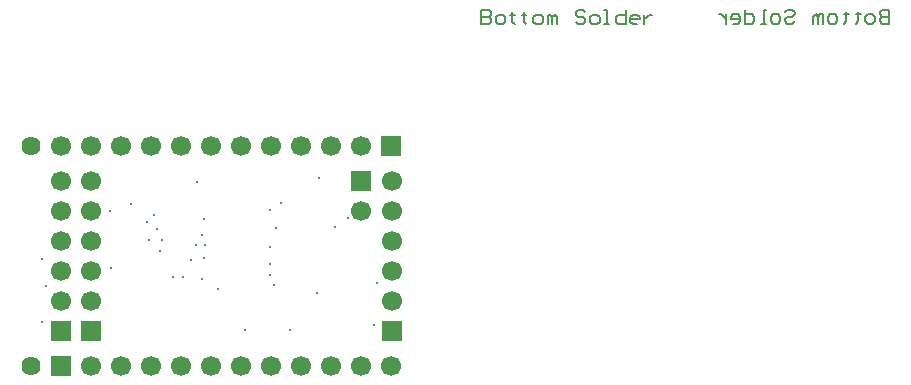
<source format=gbs>
G04*
G04 #@! TF.GenerationSoftware,Altium Limited,Altium Designer,24.3.1 (35)*
G04*
G04 Layer_Color=16711935*
%FSLAX44Y44*%
%MOMM*%
G71*
G04*
G04 #@! TF.SameCoordinates,254911FF-814D-4673-B187-D90DD251410E*
G04*
G04*
G04 #@! TF.FilePolarity,Negative*
G04*
G01*
G75*
%ADD15C,0.1500*%
%ADD34C,1.7000*%
%ADD35R,1.7000X1.7000*%
%ADD36R,1.7000X1.7000*%
%ADD37C,1.6240*%
%ADD38C,0.3000*%
D15*
X398750Y327496D02*
Y315500D01*
X404748D01*
X406747Y317500D01*
Y319499D01*
X404748Y321498D01*
X398750D01*
X404748D01*
X406747Y323498D01*
Y325497D01*
X404748Y327496D01*
X398750D01*
X412745Y315500D02*
X416744D01*
X418743Y317500D01*
Y321498D01*
X416744Y323498D01*
X412745D01*
X410746Y321498D01*
Y317500D01*
X412745Y315500D01*
X424741Y325497D02*
Y323498D01*
X422742D01*
X426741D01*
X424741D01*
Y317500D01*
X426741Y315500D01*
X434738Y325497D02*
Y323498D01*
X432739D01*
X436738D01*
X434738D01*
Y317500D01*
X436738Y315500D01*
X444735D02*
X448734D01*
X450733Y317500D01*
Y321498D01*
X448734Y323498D01*
X444735D01*
X442736Y321498D01*
Y317500D01*
X444735Y315500D01*
X454732D02*
Y323498D01*
X456731D01*
X458730Y321498D01*
Y315500D01*
Y321498D01*
X460730Y323498D01*
X462729Y321498D01*
Y315500D01*
X486721Y325497D02*
X484722Y327496D01*
X480723D01*
X478724Y325497D01*
Y323498D01*
X480723Y321498D01*
X484722D01*
X486721Y319499D01*
Y317500D01*
X484722Y315500D01*
X480723D01*
X478724Y317500D01*
X492719Y315500D02*
X496718D01*
X498717Y317500D01*
Y321498D01*
X496718Y323498D01*
X492719D01*
X490720Y321498D01*
Y317500D01*
X492719Y315500D01*
X502716D02*
X506715D01*
X504716D01*
Y327496D01*
X502716D01*
X520710D02*
Y315500D01*
X514712D01*
X512713Y317500D01*
Y321498D01*
X514712Y323498D01*
X520710D01*
X530707Y315500D02*
X526708D01*
X524709Y317500D01*
Y321498D01*
X526708Y323498D01*
X530707D01*
X532706Y321498D01*
Y319499D01*
X524709D01*
X536705Y323498D02*
Y315500D01*
Y319499D01*
X538705Y321498D01*
X540704Y323498D01*
X542703D01*
X743750Y327746D02*
Y315750D01*
X737752D01*
X735752Y317750D01*
Y319749D01*
X737752Y321748D01*
X743750D01*
X737752D01*
X735752Y323748D01*
Y325747D01*
X737752Y327746D01*
X743750D01*
X729754Y315750D02*
X725756D01*
X723756Y317750D01*
Y321748D01*
X725756Y323748D01*
X729754D01*
X731754Y321748D01*
Y317750D01*
X729754Y315750D01*
X717758Y325747D02*
Y323748D01*
X719758D01*
X715759D01*
X717758D01*
Y317750D01*
X715759Y315750D01*
X707761Y325747D02*
Y323748D01*
X709761D01*
X705762D01*
X707761D01*
Y317750D01*
X705762Y315750D01*
X697765D02*
X693766D01*
X691767Y317750D01*
Y321748D01*
X693766Y323748D01*
X697765D01*
X699764Y321748D01*
Y317750D01*
X697765Y315750D01*
X687768D02*
Y323748D01*
X685769D01*
X683769Y321748D01*
Y315750D01*
Y321748D01*
X681770Y323748D01*
X679771Y321748D01*
Y315750D01*
X655778Y325747D02*
X657778Y327746D01*
X661776D01*
X663776Y325747D01*
Y323748D01*
X661776Y321748D01*
X657778D01*
X655778Y319749D01*
Y317750D01*
X657778Y315750D01*
X661776D01*
X663776Y317750D01*
X649780Y315750D02*
X645781D01*
X643782Y317750D01*
Y321748D01*
X645781Y323748D01*
X649780D01*
X651780Y321748D01*
Y317750D01*
X649780Y315750D01*
X639784D02*
X635785D01*
X637784D01*
Y327746D01*
X639784D01*
X621789D02*
Y315750D01*
X627787D01*
X629787Y317750D01*
Y321748D01*
X627787Y323748D01*
X621789D01*
X611792Y315750D02*
X615791D01*
X617791Y317750D01*
Y321748D01*
X615791Y323748D01*
X611792D01*
X609793Y321748D01*
Y319749D01*
X617791D01*
X605794Y323748D02*
Y315750D01*
Y319749D01*
X603795Y321748D01*
X601796Y323748D01*
X599796D01*
D34*
X297000Y157200D02*
D03*
X68400Y131800D02*
D03*
Y81000D02*
D03*
Y106400D02*
D03*
Y157200D02*
D03*
Y182600D02*
D03*
X43000Y131800D02*
D03*
Y81000D02*
D03*
Y106400D02*
D03*
Y157200D02*
D03*
Y182600D02*
D03*
X322400Y26200D02*
D03*
X297000D02*
D03*
X271600D02*
D03*
X220800D02*
D03*
X195400D02*
D03*
X144600D02*
D03*
X93800D02*
D03*
X68400D02*
D03*
X119200D02*
D03*
X170000D02*
D03*
X246200D02*
D03*
X323400Y131800D02*
D03*
Y81000D02*
D03*
Y106400D02*
D03*
Y157200D02*
D03*
Y182600D02*
D03*
X43000Y212000D02*
D03*
X68400D02*
D03*
X93800D02*
D03*
X144600D02*
D03*
X170000D02*
D03*
X220800D02*
D03*
X271600D02*
D03*
X297000D02*
D03*
X246200D02*
D03*
X195400D02*
D03*
X119200D02*
D03*
D35*
X297000Y182600D02*
D03*
X68400Y55600D02*
D03*
X43000D02*
D03*
X323400D02*
D03*
D36*
X43000Y26200D02*
D03*
X322400Y212000D02*
D03*
D37*
X17600Y26200D02*
D03*
Y212000D02*
D03*
D38*
X261000Y185000D02*
D03*
X26985Y117005D02*
D03*
X157500Y181864D02*
D03*
X126191Y123485D02*
D03*
X26485Y63600D02*
D03*
X30300Y93549D02*
D03*
X128331Y133051D02*
D03*
X117500Y132819D02*
D03*
X152500Y115800D02*
D03*
X157210Y128519D02*
D03*
X146202Y101538D02*
D03*
X137500D02*
D03*
X85000Y109000D02*
D03*
X163797Y117158D02*
D03*
X308000Y61000D02*
D03*
X222753Y94999D02*
D03*
X219700Y102700D02*
D03*
X224450Y142450D02*
D03*
X259504Y88215D02*
D03*
X310438Y96450D02*
D03*
X285854Y151542D02*
D03*
X162100Y99900D02*
D03*
X163797Y150258D02*
D03*
X162137Y136931D02*
D03*
X198767Y56452D02*
D03*
X236496Y56375D02*
D03*
X102000Y163000D02*
D03*
X83850Y157626D02*
D03*
X175500Y91250D02*
D03*
X115975Y147811D02*
D03*
X123712Y142183D02*
D03*
X164850Y128500D02*
D03*
X121725Y153811D02*
D03*
X275000Y144000D02*
D03*
X219700Y112700D02*
D03*
Y158000D02*
D03*
X228700Y163750D02*
D03*
X219700Y127000D02*
D03*
M02*

</source>
